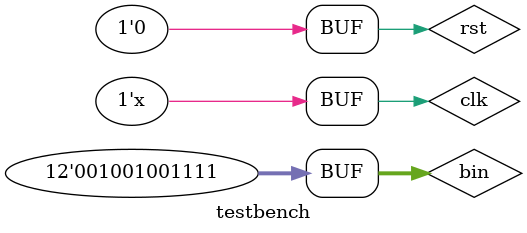
<source format=v>
`timescale 1ns / 1ps

module testbench();

reg clk, rst;
reg  [11:0] bin; 
wire [11:0] bcd_out;

bin2bcd b2b(clk, rst, bin, bcd_out);

initial  begin
    clk = 0;
    rst = 1;
    bin = 12'b000000000000;
    #4 rst = 0;  
    #4 bin = 12'b001001001111;

end

always begin
    #2 clk <= ~clk;
end

endmodule


</source>
